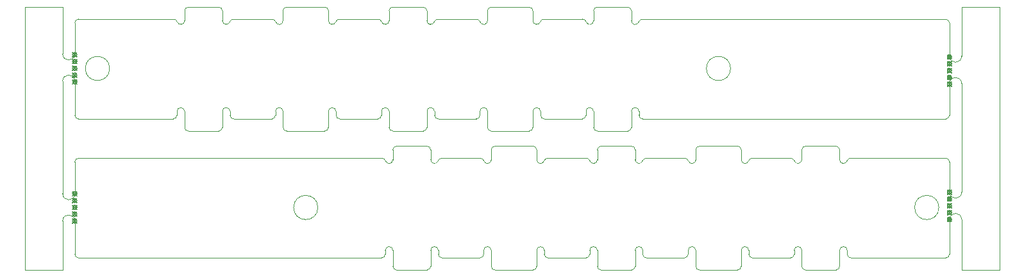
<source format=gm1>
G04 #@! TF.GenerationSoftware,KiCad,Pcbnew,(5.1.6-0-10_14)*
G04 #@! TF.CreationDate,2021-06-29T11:03:14+09:00*
G04 #@! TF.ProjectId,qPCR-panel_led_20210629,71504352-2d70-4616-9e65-6c5f6c65645f,rev?*
G04 #@! TF.SameCoordinates,Original*
G04 #@! TF.FileFunction,Profile,NP*
%FSLAX46Y46*%
G04 Gerber Fmt 4.6, Leading zero omitted, Abs format (unit mm)*
G04 Created by KiCad (PCBNEW (5.1.6-0-10_14)) date 2021-06-29 11:03:14*
%MOMM*%
%LPD*%
G01*
G04 APERTURE LIST*
G04 #@! TA.AperFunction,Profile*
%ADD10C,0.100000*%
G04 #@! TD*
G04 #@! TA.AperFunction,Profile*
%ADD11C,0.200000*%
G04 #@! TD*
G04 APERTURE END LIST*
D10*
X202600000Y-44600000D02*
X197600000Y-44600000D01*
X197600000Y-79400000D02*
X202600000Y-79400000D01*
X202600000Y-79400000D02*
X202600000Y-44600000D01*
X73900000Y-79400000D02*
X78900000Y-79400000D01*
X73900000Y-44600000D02*
X73900000Y-79400000D01*
X78900000Y-44600000D02*
X73900000Y-44600000D01*
X197600000Y-44600000D02*
X197600000Y-51100000D01*
X197600000Y-72700000D02*
X197600000Y-79400000D01*
X197600000Y-54700000D02*
X197600000Y-69100000D01*
X78900000Y-54400000D02*
X78900000Y-69300000D01*
X78900000Y-72900000D02*
X78900000Y-79400000D01*
X78900000Y-44600000D02*
X78900000Y-50800000D01*
X80500000Y-46699640D02*
X80500000Y-50800000D01*
X197600000Y-51100000D02*
G75*
G02*
X196000000Y-51100000I-800000J0D01*
G01*
X196000000Y-54700000D02*
G75*
G02*
X197600000Y-54700000I800000J0D01*
G01*
D11*
X80775000Y-53600000D02*
G75*
G03*
X80775000Y-53600000I-275000J0D01*
G01*
X80225000Y-53325000D02*
X80775000Y-53875000D01*
X80225000Y-53875000D02*
X80775000Y-53325000D01*
X80775000Y-52700000D02*
G75*
G03*
X80775000Y-52700000I-275000J0D01*
G01*
X80225000Y-52425000D02*
X80775000Y-52975000D01*
X80225000Y-52975000D02*
X80775000Y-52425000D01*
X80775000Y-50900000D02*
G75*
G03*
X80775000Y-50900000I-275000J0D01*
G01*
X80225000Y-50625000D02*
X80775000Y-51175000D01*
X80225000Y-51175000D02*
X80775000Y-50625000D01*
X80775000Y-51800000D02*
G75*
G03*
X80775000Y-51800000I-275000J0D01*
G01*
X80225000Y-51525000D02*
X80775000Y-52075000D01*
X80225000Y-52075000D02*
X80775000Y-51525000D01*
X80775000Y-54500000D02*
G75*
G03*
X80775000Y-54500000I-275000J0D01*
G01*
X80225000Y-54225000D02*
X80775000Y-54775000D01*
X80225000Y-54775000D02*
X80775000Y-54225000D01*
D10*
X196000000Y-72700000D02*
X196000000Y-77300360D01*
D11*
X196275000Y-72700000D02*
G75*
G03*
X196275000Y-72700000I-275000J0D01*
G01*
X195725000Y-72425000D02*
X196275000Y-72975000D01*
X195725000Y-72975000D02*
X196275000Y-72425000D01*
X196275000Y-70900000D02*
G75*
G03*
X196275000Y-70900000I-275000J0D01*
G01*
X195725000Y-70625000D02*
X196275000Y-71175000D01*
X195725000Y-71175000D02*
X196275000Y-70625000D01*
X196275000Y-71800000D02*
G75*
G03*
X196275000Y-71800000I-275000J0D01*
G01*
X195725000Y-71525000D02*
X196275000Y-72075000D01*
X195725000Y-72075000D02*
X196275000Y-71525000D01*
X196275000Y-70000000D02*
G75*
G03*
X196275000Y-70000000I-275000J0D01*
G01*
X195725000Y-69725000D02*
X196275000Y-70275000D01*
X195725000Y-70275000D02*
X196275000Y-69725000D01*
X196275000Y-69100000D02*
G75*
G03*
X196275000Y-69100000I-275000J0D01*
G01*
X195725000Y-68825000D02*
X196275000Y-69375000D01*
X195725000Y-69375000D02*
X196275000Y-68825000D01*
D10*
X196000000Y-72700000D02*
G75*
G02*
X197600000Y-72700000I800000J0D01*
G01*
X197600000Y-69100000D02*
G75*
G02*
X196000000Y-69100000I-800000J0D01*
G01*
X80500000Y-77300360D02*
X80500000Y-72900000D01*
D11*
X80775000Y-71100000D02*
G75*
G03*
X80775000Y-71100000I-275000J0D01*
G01*
X80225000Y-70825000D02*
X80775000Y-71375000D01*
X80225000Y-71375000D02*
X80775000Y-70825000D01*
X80775000Y-70200000D02*
G75*
G03*
X80775000Y-70200000I-275000J0D01*
G01*
X80225000Y-69925000D02*
X80775000Y-70475000D01*
X80225000Y-70475000D02*
X80775000Y-69925000D01*
X80775000Y-72000000D02*
G75*
G03*
X80775000Y-72000000I-275000J0D01*
G01*
X80225000Y-71725000D02*
X80775000Y-72275000D01*
X80225000Y-72275000D02*
X80775000Y-71725000D01*
X80775000Y-72900000D02*
G75*
G03*
X80775000Y-72900000I-275000J0D01*
G01*
X80225000Y-72625000D02*
X80775000Y-73175000D01*
X80225000Y-73175000D02*
X80775000Y-72625000D01*
X80775000Y-69300000D02*
G75*
G03*
X80775000Y-69300000I-275000J0D01*
G01*
X80225000Y-69025000D02*
X80775000Y-69575000D01*
X80225000Y-69575000D02*
X80775000Y-69025000D01*
D10*
X80500000Y-69300000D02*
G75*
G02*
X78900000Y-69300000I-800000J0D01*
G01*
X78900000Y-72900000D02*
G75*
G02*
X80500000Y-72900000I800000J0D01*
G01*
X196000000Y-51100000D02*
X196000000Y-46699640D01*
X80500000Y-77300360D02*
G75*
G03*
X81000000Y-77800360I500000J0D01*
G01*
X112600000Y-71122000D02*
G75*
G03*
X112600000Y-71122000I-1600000J0D01*
G01*
X194600000Y-71122000D02*
G75*
G03*
X194600000Y-71122000I-1600000J0D01*
G01*
X80500000Y-69300000D02*
X80500000Y-65099640D01*
X121000000Y-77800360D02*
X81000000Y-77800360D01*
X121500000Y-77300360D02*
G75*
G02*
X121000000Y-77800360I-500000J0D01*
G01*
X121500000Y-76800360D02*
X121500000Y-77300360D01*
X121500000Y-76800360D02*
G75*
G02*
X122500000Y-76800360I500000J0D01*
G01*
X122500000Y-78900000D02*
X122500000Y-76800360D01*
X123000000Y-79400000D02*
G75*
G02*
X122500000Y-78900000I0J500000D01*
G01*
X127000000Y-79400000D02*
X123000000Y-79400000D01*
X127500000Y-78900000D02*
G75*
G02*
X127000000Y-79400000I-500000J0D01*
G01*
X127500000Y-76800360D02*
X127500000Y-78900000D01*
X127500000Y-76800360D02*
G75*
G02*
X128500000Y-76800360I500000J0D01*
G01*
X128500000Y-77300360D02*
X128500000Y-76800360D01*
X129000000Y-77800360D02*
G75*
G02*
X128500000Y-77300360I0J500000D01*
G01*
X134000000Y-77800360D02*
X129000000Y-77800360D01*
X134500000Y-77300360D02*
G75*
G02*
X134000000Y-77800360I-500000J0D01*
G01*
X134500000Y-76800360D02*
X134500000Y-77300360D01*
X134500000Y-76800360D02*
G75*
G02*
X135500000Y-76800360I500000J0D01*
G01*
X135500000Y-78900359D02*
X135500000Y-76800360D01*
X136000000Y-79400359D02*
G75*
G02*
X135500000Y-78900359I0J500000D01*
G01*
X141000000Y-79400359D02*
X136000000Y-79400359D01*
X141500000Y-78900359D02*
G75*
G02*
X141000000Y-79400359I-500000J0D01*
G01*
X141500000Y-76800360D02*
X141500000Y-78900359D01*
X141500000Y-76800360D02*
G75*
G02*
X142500000Y-76800360I500000J0D01*
G01*
X142500000Y-77300360D02*
X142500000Y-76800360D01*
X143000000Y-77800360D02*
G75*
G02*
X142500000Y-77300360I0J500000D01*
G01*
X148000000Y-77800360D02*
X143000000Y-77800360D01*
X148500000Y-77300360D02*
G75*
G02*
X148000000Y-77800360I-500000J0D01*
G01*
X148500000Y-76800360D02*
X148500000Y-77300360D01*
X148500000Y-76800360D02*
G75*
G02*
X149500000Y-76800360I500000J0D01*
G01*
X149500000Y-78900000D02*
X149500000Y-76800360D01*
X150000000Y-79400000D02*
G75*
G02*
X149500000Y-78900000I0J500000D01*
G01*
X154000000Y-79400000D02*
X150000000Y-79400000D01*
X154500000Y-78900000D02*
G75*
G02*
X154000000Y-79400000I-500000J0D01*
G01*
X154500000Y-76800360D02*
X154500000Y-78900000D01*
X154500000Y-76800360D02*
G75*
G02*
X155500000Y-76800360I500000J0D01*
G01*
X155500000Y-77300360D02*
X155500000Y-76800360D01*
X156000000Y-77800360D02*
G75*
G02*
X155500000Y-77300360I0J500000D01*
G01*
X161000000Y-77800360D02*
X156000000Y-77800360D01*
X161500000Y-77300360D02*
G75*
G02*
X161000000Y-77800360I-500000J0D01*
G01*
X161500000Y-76800360D02*
X161500000Y-77300360D01*
X161500000Y-76800362D02*
G75*
G02*
X162500000Y-76800360I500000J1D01*
G01*
X162500000Y-78900364D02*
X162500000Y-76800360D01*
X163000000Y-79400364D02*
G75*
G02*
X162500000Y-78900364I0J500000D01*
G01*
X168000000Y-79400364D02*
X163000000Y-79400364D01*
X168500000Y-78900364D02*
G75*
G02*
X168000000Y-79400364I-500000J0D01*
G01*
X168500000Y-76800360D02*
X168500000Y-78900364D01*
X168500000Y-76800360D02*
G75*
G02*
X169500000Y-76800360I500000J0D01*
G01*
X169500000Y-77300360D02*
X169500000Y-76800360D01*
X170000000Y-77800360D02*
G75*
G02*
X169500000Y-77300360I0J500000D01*
G01*
X175000000Y-77800360D02*
X170000000Y-77800360D01*
X175500000Y-77300360D02*
G75*
G02*
X175000000Y-77800360I-500000J0D01*
G01*
X175500000Y-76800360D02*
X175500000Y-77300360D01*
X175500000Y-76800360D02*
G75*
G02*
X176500000Y-76800360I500000J0D01*
G01*
X176500000Y-78900000D02*
X176500000Y-76800360D01*
X177000000Y-79400000D02*
G75*
G02*
X176500000Y-78900000I0J500000D01*
G01*
X181000000Y-79400000D02*
X177000000Y-79400000D01*
X181500000Y-78900000D02*
G75*
G02*
X181000000Y-79400000I-500000J0D01*
G01*
X181500000Y-76800360D02*
X181500000Y-78900000D01*
X181500000Y-76800360D02*
G75*
G02*
X182500000Y-76800360I500000J0D01*
G01*
X182500000Y-77300360D02*
X182500000Y-76800360D01*
X183000000Y-77800360D02*
G75*
G02*
X182500000Y-77300360I0J500000D01*
G01*
X195500000Y-77800360D02*
X183000000Y-77800360D01*
X196000000Y-77300360D02*
G75*
G02*
X195500000Y-77800360I-500000J0D01*
G01*
X196000000Y-65099640D02*
X196000000Y-69100000D01*
X195500000Y-64599640D02*
G75*
G02*
X196000000Y-65099640I0J-500000D01*
G01*
X182954253Y-64599640D02*
X195500000Y-64599640D01*
X182477126Y-64950140D02*
G75*
G02*
X182954253Y-64599640I477127J-149500D01*
G01*
X182477127Y-64950140D02*
G75*
G02*
X181500000Y-64800640I-477127J149500D01*
G01*
X181500000Y-63500000D02*
X181500000Y-64800640D01*
X181000000Y-63000000D02*
G75*
G02*
X181500000Y-63500000I0J-500000D01*
G01*
X177000000Y-63000000D02*
X181000000Y-63000000D01*
X176500000Y-63500000D02*
G75*
G02*
X177000000Y-63000000I500000J0D01*
G01*
X176500000Y-64800640D02*
X176500000Y-63500000D01*
X176500000Y-64800640D02*
G75*
G02*
X175522873Y-64950140I-500000J0D01*
G01*
X175045746Y-64599640D02*
G75*
G02*
X175522873Y-64950140I0J-500000D01*
G01*
X169954253Y-64599640D02*
X175045746Y-64599640D01*
X169477126Y-64950140D02*
G75*
G02*
X169954253Y-64599640I477127J-149500D01*
G01*
X169477127Y-64950140D02*
G75*
G02*
X168500000Y-64800640I-477127J149500D01*
G01*
X168500000Y-63500000D02*
X168500000Y-64800640D01*
X168000000Y-63000000D02*
G75*
G02*
X168500000Y-63500000I0J-500000D01*
G01*
X163000000Y-63000000D02*
X168000000Y-63000000D01*
X162500000Y-63500000D02*
G75*
G02*
X163000000Y-63000000I500000J0D01*
G01*
X162500000Y-64800640D02*
X162500000Y-63500000D01*
X162500000Y-64800640D02*
G75*
G02*
X161522873Y-64950140I-500000J0D01*
G01*
X161045746Y-64599640D02*
G75*
G02*
X161522873Y-64950140I0J-500000D01*
G01*
X155954253Y-64599640D02*
X161045746Y-64599640D01*
X155477126Y-64950140D02*
G75*
G02*
X155954253Y-64599640I477127J-149500D01*
G01*
X155477127Y-64950140D02*
G75*
G02*
X154500000Y-64800640I-477127J149500D01*
G01*
X154500000Y-63500000D02*
X154500000Y-64800640D01*
X154000000Y-63000000D02*
G75*
G02*
X154500000Y-63500000I0J-500000D01*
G01*
X150000000Y-63000000D02*
X154000000Y-63000000D01*
X149500000Y-63500000D02*
G75*
G02*
X150000000Y-63000000I500000J0D01*
G01*
X149500000Y-64800640D02*
X149500000Y-63500000D01*
X149500000Y-64800640D02*
G75*
G02*
X148522873Y-64950140I-500000J0D01*
G01*
X148045746Y-64599640D02*
G75*
G02*
X148522873Y-64950140I0J-500000D01*
G01*
X142954253Y-64599640D02*
X148045746Y-64599640D01*
X142477126Y-64950140D02*
G75*
G02*
X142954253Y-64599640I477127J-149500D01*
G01*
X142477127Y-64950140D02*
G75*
G02*
X141500000Y-64800640I-477127J149500D01*
G01*
X141500000Y-63500000D02*
X141500000Y-64800640D01*
X141000000Y-63000000D02*
G75*
G02*
X141500000Y-63500000I0J-500000D01*
G01*
X136000000Y-63000000D02*
X141000000Y-63000000D01*
X135500000Y-63500000D02*
G75*
G02*
X136000000Y-63000000I500000J0D01*
G01*
X135500000Y-64800640D02*
X135500000Y-63500000D01*
X135500000Y-64800640D02*
G75*
G02*
X134522873Y-64950140I-500000J0D01*
G01*
X134045746Y-64599640D02*
G75*
G02*
X134522873Y-64950140I0J-500000D01*
G01*
X128954253Y-64599640D02*
X134045746Y-64599640D01*
X128477126Y-64950140D02*
G75*
G02*
X128954253Y-64599640I477127J-149500D01*
G01*
X128477127Y-64950140D02*
G75*
G02*
X127500000Y-64800640I-477127J149500D01*
G01*
X127500000Y-63500000D02*
X127500000Y-64800640D01*
X127000000Y-63000000D02*
G75*
G02*
X127500000Y-63500000I0J-500000D01*
G01*
X123000000Y-63000000D02*
X127000000Y-63000000D01*
X122500000Y-63500000D02*
G75*
G02*
X123000000Y-63000000I500000J0D01*
G01*
X122500000Y-64800640D02*
X122500000Y-63500000D01*
X122500000Y-64800640D02*
G75*
G02*
X121522873Y-64950140I-500000J0D01*
G01*
X121045746Y-64599640D02*
G75*
G02*
X121522873Y-64950140I0J-500000D01*
G01*
X81000000Y-64599640D02*
X121045746Y-64599640D01*
X80500000Y-65099640D02*
G75*
G02*
X81000000Y-64599640I500000J0D01*
G01*
X196000000Y-58900360D02*
G75*
G02*
X195500000Y-59400360I-500000J0D01*
G01*
X167100000Y-52722000D02*
G75*
G03*
X167100000Y-52722000I-1600000J0D01*
G01*
X85100000Y-52722000D02*
G75*
G03*
X85100000Y-52722000I-1600000J0D01*
G01*
X196000000Y-58900360D02*
X196000000Y-54700000D01*
X155500000Y-59400360D02*
X195500000Y-59400360D01*
X155000000Y-58900360D02*
G75*
G03*
X155500000Y-59400360I500000J0D01*
G01*
X155000000Y-58400360D02*
X155000000Y-58900360D01*
X155000000Y-58400360D02*
G75*
G03*
X154000000Y-58400360I-500000J0D01*
G01*
X154000000Y-60500000D02*
X154000000Y-58400360D01*
X153500000Y-61000000D02*
G75*
G03*
X154000000Y-60500000I0J500000D01*
G01*
X149500000Y-61000000D02*
X153500000Y-61000000D01*
X149000000Y-60500000D02*
G75*
G03*
X149500000Y-61000000I500000J0D01*
G01*
X149000000Y-58400360D02*
X149000000Y-60500000D01*
X149000000Y-58400360D02*
G75*
G03*
X148000000Y-58400360I-500000J0D01*
G01*
X148000000Y-58900360D02*
X148000000Y-58400360D01*
X147500000Y-59400360D02*
G75*
G03*
X148000000Y-58900360I0J500000D01*
G01*
X142500000Y-59400360D02*
X147500000Y-59400360D01*
X142000000Y-58900360D02*
G75*
G03*
X142500000Y-59400360I500000J0D01*
G01*
X142000000Y-58400360D02*
X142000000Y-58900360D01*
X142000000Y-58400360D02*
G75*
G03*
X141000000Y-58400360I-500000J0D01*
G01*
X141000000Y-60500359D02*
X141000000Y-58400360D01*
X140500000Y-61000359D02*
G75*
G03*
X141000000Y-60500359I0J500000D01*
G01*
X135500000Y-61000359D02*
X140500000Y-61000359D01*
X135000000Y-60500359D02*
G75*
G03*
X135500000Y-61000359I500000J0D01*
G01*
X135000000Y-58400360D02*
X135000000Y-60500359D01*
X135000000Y-58400360D02*
G75*
G03*
X134000000Y-58400360I-500000J0D01*
G01*
X134000000Y-58900360D02*
X134000000Y-58400360D01*
X133500000Y-59400360D02*
G75*
G03*
X134000000Y-58900360I0J500000D01*
G01*
X128500000Y-59400360D02*
X133500000Y-59400360D01*
X128000000Y-58900360D02*
G75*
G03*
X128500000Y-59400360I500000J0D01*
G01*
X128000000Y-58400360D02*
X128000000Y-58900360D01*
X128000000Y-58400360D02*
G75*
G03*
X127000000Y-58400360I-500000J0D01*
G01*
X127000000Y-60500000D02*
X127000000Y-58400360D01*
X126500000Y-61000000D02*
G75*
G03*
X127000000Y-60500000I0J500000D01*
G01*
X122500000Y-61000000D02*
X126500000Y-61000000D01*
X122000000Y-60500000D02*
G75*
G03*
X122500000Y-61000000I500000J0D01*
G01*
X122000000Y-58400360D02*
X122000000Y-60500000D01*
X122000000Y-58400360D02*
G75*
G03*
X121000000Y-58400360I-500000J0D01*
G01*
X121000000Y-58900360D02*
X121000000Y-58400360D01*
X120500000Y-59400360D02*
G75*
G03*
X121000000Y-58900360I0J500000D01*
G01*
X115500000Y-59400360D02*
X120500000Y-59400360D01*
X115000000Y-58900360D02*
G75*
G03*
X115500000Y-59400360I500000J0D01*
G01*
X115000000Y-58400360D02*
X115000000Y-58900360D01*
X115000000Y-58400362D02*
G75*
G03*
X114000000Y-58400360I-500000J1D01*
G01*
X114000000Y-60500364D02*
X114000000Y-58400360D01*
X113500000Y-61000364D02*
G75*
G03*
X114000000Y-60500364I0J500000D01*
G01*
X108500000Y-61000364D02*
X113500000Y-61000364D01*
X108000000Y-60500364D02*
G75*
G03*
X108500000Y-61000364I500000J0D01*
G01*
X108000000Y-58400360D02*
X108000000Y-60500364D01*
X108000000Y-58400360D02*
G75*
G03*
X107000000Y-58400360I-500000J0D01*
G01*
X107000000Y-58900360D02*
X107000000Y-58400360D01*
X106500000Y-59400360D02*
G75*
G03*
X107000000Y-58900360I0J500000D01*
G01*
X101500000Y-59400360D02*
X106500000Y-59400360D01*
X101000000Y-58900360D02*
G75*
G03*
X101500000Y-59400360I500000J0D01*
G01*
X101000000Y-58400360D02*
X101000000Y-58900360D01*
X101000000Y-58400360D02*
G75*
G03*
X100000000Y-58400360I-500000J0D01*
G01*
X100000000Y-60500000D02*
X100000000Y-58400360D01*
X99500000Y-61000000D02*
G75*
G03*
X100000000Y-60500000I0J500000D01*
G01*
X95500000Y-61000000D02*
X99500000Y-61000000D01*
X95000000Y-60500000D02*
G75*
G03*
X95500000Y-61000000I500000J0D01*
G01*
X95000000Y-58400360D02*
X95000000Y-60500000D01*
X95000000Y-58400360D02*
G75*
G03*
X94000000Y-58400360I-500000J0D01*
G01*
X94000000Y-58900360D02*
X94000000Y-58400360D01*
X93500000Y-59400360D02*
G75*
G03*
X94000000Y-58900360I0J500000D01*
G01*
X81000000Y-59400360D02*
X93500000Y-59400360D01*
X80500000Y-58900360D02*
G75*
G03*
X81000000Y-59400360I500000J0D01*
G01*
X80500000Y-54400000D02*
X80500000Y-58900360D01*
X81000000Y-46199640D02*
G75*
G03*
X80500000Y-46699640I0J-500000D01*
G01*
X93545747Y-46199640D02*
X81000000Y-46199640D01*
X94022874Y-46550140D02*
G75*
G03*
X93545747Y-46199640I-477127J-149500D01*
G01*
X94022873Y-46550140D02*
G75*
G03*
X95000000Y-46400640I477127J149500D01*
G01*
X95000000Y-45100000D02*
X95000000Y-46400640D01*
X95500000Y-44600000D02*
G75*
G03*
X95000000Y-45100000I0J-500000D01*
G01*
X99500000Y-44600000D02*
X95500000Y-44600000D01*
X100000000Y-45100000D02*
G75*
G03*
X99500000Y-44600000I-500000J0D01*
G01*
X100000000Y-46400640D02*
X100000000Y-45100000D01*
X100000000Y-46400640D02*
G75*
G03*
X100977127Y-46550140I500000J0D01*
G01*
X101454254Y-46199640D02*
G75*
G03*
X100977127Y-46550140I0J-500000D01*
G01*
X106545747Y-46199640D02*
X101454254Y-46199640D01*
X107022874Y-46550140D02*
G75*
G03*
X106545747Y-46199640I-477127J-149500D01*
G01*
X107022873Y-46550140D02*
G75*
G03*
X108000000Y-46400640I477127J149500D01*
G01*
X108000000Y-45100000D02*
X108000000Y-46400640D01*
X108500000Y-44600000D02*
G75*
G03*
X108000000Y-45100000I0J-500000D01*
G01*
X113500000Y-44600000D02*
X108500000Y-44600000D01*
X114000000Y-45100000D02*
G75*
G03*
X113500000Y-44600000I-500000J0D01*
G01*
X114000000Y-46400640D02*
X114000000Y-45100000D01*
X114000000Y-46400640D02*
G75*
G03*
X114977127Y-46550140I500000J0D01*
G01*
X115454254Y-46199640D02*
G75*
G03*
X114977127Y-46550140I0J-500000D01*
G01*
X120545747Y-46199640D02*
X115454254Y-46199640D01*
X121022874Y-46550140D02*
G75*
G03*
X120545747Y-46199640I-477127J-149500D01*
G01*
X121022873Y-46550140D02*
G75*
G03*
X122000000Y-46400640I477127J149500D01*
G01*
X122000000Y-45100000D02*
X122000000Y-46400640D01*
X122500000Y-44600000D02*
G75*
G03*
X122000000Y-45100000I0J-500000D01*
G01*
X126500000Y-44600000D02*
X122500000Y-44600000D01*
X127000000Y-45100000D02*
G75*
G03*
X126500000Y-44600000I-500000J0D01*
G01*
X127000000Y-46400640D02*
X127000000Y-45100000D01*
X127000000Y-46400640D02*
G75*
G03*
X127977127Y-46550140I500000J0D01*
G01*
X128454254Y-46199640D02*
G75*
G03*
X127977127Y-46550140I0J-500000D01*
G01*
X133545747Y-46199640D02*
X128454254Y-46199640D01*
X134022874Y-46550140D02*
G75*
G03*
X133545747Y-46199640I-477127J-149500D01*
G01*
X134022873Y-46550140D02*
G75*
G03*
X135000000Y-46400640I477127J149500D01*
G01*
X135000000Y-45100000D02*
X135000000Y-46400640D01*
X135500000Y-44600000D02*
G75*
G03*
X135000000Y-45100000I0J-500000D01*
G01*
X140500000Y-44600000D02*
X135500000Y-44600000D01*
X141000000Y-45100000D02*
G75*
G03*
X140500000Y-44600000I-500000J0D01*
G01*
X141000000Y-46400640D02*
X141000000Y-45100000D01*
X141000000Y-46400640D02*
G75*
G03*
X141977127Y-46550140I500000J0D01*
G01*
X142454254Y-46199640D02*
G75*
G03*
X141977127Y-46550140I0J-500000D01*
G01*
X147545747Y-46199640D02*
X142454254Y-46199640D01*
X148022874Y-46550140D02*
G75*
G03*
X147545747Y-46199640I-477127J-149500D01*
G01*
X148022873Y-46550140D02*
G75*
G03*
X149000000Y-46400640I477127J149500D01*
G01*
X149000000Y-45100000D02*
X149000000Y-46400640D01*
X149500000Y-44600000D02*
G75*
G03*
X149000000Y-45100000I0J-500000D01*
G01*
X153500000Y-44600000D02*
X149500000Y-44600000D01*
X154000000Y-45100000D02*
G75*
G03*
X153500000Y-44600000I-500000J0D01*
G01*
X154000000Y-46400640D02*
X154000000Y-45100000D01*
X154000000Y-46400640D02*
G75*
G03*
X154977127Y-46550140I500000J0D01*
G01*
X155454254Y-46199640D02*
G75*
G03*
X154977127Y-46550140I0J-500000D01*
G01*
X195500000Y-46199640D02*
X155454254Y-46199640D01*
X196000000Y-46699640D02*
G75*
G03*
X195500000Y-46199640I-500000J0D01*
G01*
X78900000Y-54400000D02*
G75*
G02*
X80500000Y-54400000I800000J0D01*
G01*
X80500000Y-50800000D02*
G75*
G02*
X78900000Y-50800000I-800000J0D01*
G01*
D11*
X196275000Y-54800000D02*
G75*
G03*
X196275000Y-54800000I-275000J0D01*
G01*
X195725000Y-54525000D02*
X196275000Y-55075000D01*
X195725000Y-55075000D02*
X196275000Y-54525000D01*
X196275000Y-51200000D02*
G75*
G03*
X196275000Y-51200000I-275000J0D01*
G01*
X195725000Y-50925000D02*
X196275000Y-51475000D01*
X195725000Y-51475000D02*
X196275000Y-50925000D01*
X196275000Y-52100000D02*
G75*
G03*
X196275000Y-52100000I-275000J0D01*
G01*
X195725000Y-51825000D02*
X196275000Y-52375000D01*
X195725000Y-52375000D02*
X196275000Y-51825000D01*
X196275000Y-53900000D02*
G75*
G03*
X196275000Y-53900000I-275000J0D01*
G01*
X195725000Y-53625000D02*
X196275000Y-54175000D01*
X195725000Y-54175000D02*
X196275000Y-53625000D01*
X196275000Y-53000000D02*
G75*
G03*
X196275000Y-53000000I-275000J0D01*
G01*
X195725000Y-52725000D02*
X196275000Y-53275000D01*
X195725000Y-53275000D02*
X196275000Y-52725000D01*
M02*

</source>
